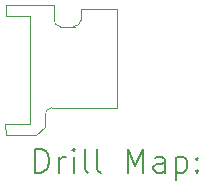
<source format=gbr>
%TF.GenerationSoftware,KiCad,Pcbnew,(6.0.8)*%
%TF.CreationDate,2022-11-07T16:23:56-05:00*%
%TF.ProjectId,3-input-or-gate,332d696e-7075-4742-9d6f-722d67617465,rev?*%
%TF.SameCoordinates,Original*%
%TF.FileFunction,Drillmap*%
%TF.FilePolarity,Positive*%
%FSLAX45Y45*%
G04 Gerber Fmt 4.5, Leading zero omitted, Abs format (unit mm)*
G04 Created by KiCad (PCBNEW (6.0.8)) date 2022-11-07 16:23:56*
%MOMM*%
%LPD*%
G01*
G04 APERTURE LIST*
%ADD10C,0.100000*%
%ADD11C,0.083820*%
%ADD12C,0.088900*%
%ADD13C,0.200000*%
G04 APERTURE END LIST*
D10*
X14476000Y-10242000D02*
X14220000Y-10242000D01*
X14476000Y-10242000D02*
X14555000Y-10173000D01*
X14859000Y-9269000D02*
X14859000Y-9169400D01*
D11*
X14611027Y-10008975D02*
G75*
G03*
X14556000Y-10080000I1613J-58078D01*
G01*
D10*
X15163800Y-9169400D02*
X15163800Y-10007600D01*
D12*
X14679000Y-9321800D02*
X14806000Y-9321800D01*
D10*
X14630400Y-9139000D02*
X14630400Y-9270000D01*
X15163800Y-10007600D02*
X14611000Y-10008000D01*
X14220000Y-9138000D02*
X14630000Y-9138000D01*
X14555000Y-10073000D02*
X14555000Y-10173000D01*
X14430000Y-10150000D02*
X14430000Y-9230000D01*
X14430000Y-9230000D02*
X14220000Y-9230000D01*
X14219700Y-10150000D02*
X14430000Y-10150000D01*
X14859000Y-9169400D02*
X15163800Y-9169400D01*
X14220000Y-10242000D02*
X14219700Y-10150000D01*
X14220000Y-9230000D02*
X14220000Y-9140000D01*
D12*
X14796000Y-9322001D02*
G75*
G03*
X14859201Y-9265000I6960J55821D01*
G01*
X14630998Y-9254000D02*
G75*
G03*
X14688000Y-9322000I55402J-11450D01*
G01*
D13*
X14472319Y-10557476D02*
X14472319Y-10357476D01*
X14519938Y-10357476D01*
X14548509Y-10367000D01*
X14567557Y-10386048D01*
X14577081Y-10405095D01*
X14586605Y-10443190D01*
X14586605Y-10471762D01*
X14577081Y-10509857D01*
X14567557Y-10528905D01*
X14548509Y-10547952D01*
X14519938Y-10557476D01*
X14472319Y-10557476D01*
X14672319Y-10557476D02*
X14672319Y-10424143D01*
X14672319Y-10462238D02*
X14681843Y-10443190D01*
X14691367Y-10433667D01*
X14710414Y-10424143D01*
X14729462Y-10424143D01*
X14796128Y-10557476D02*
X14796128Y-10424143D01*
X14796128Y-10357476D02*
X14786605Y-10367000D01*
X14796128Y-10376524D01*
X14805652Y-10367000D01*
X14796128Y-10357476D01*
X14796128Y-10376524D01*
X14919938Y-10557476D02*
X14900890Y-10547952D01*
X14891367Y-10528905D01*
X14891367Y-10357476D01*
X15024700Y-10557476D02*
X15005652Y-10547952D01*
X14996128Y-10528905D01*
X14996128Y-10357476D01*
X15253271Y-10557476D02*
X15253271Y-10357476D01*
X15319938Y-10500333D01*
X15386605Y-10357476D01*
X15386605Y-10557476D01*
X15567557Y-10557476D02*
X15567557Y-10452714D01*
X15558033Y-10433667D01*
X15538986Y-10424143D01*
X15500890Y-10424143D01*
X15481843Y-10433667D01*
X15567557Y-10547952D02*
X15548509Y-10557476D01*
X15500890Y-10557476D01*
X15481843Y-10547952D01*
X15472319Y-10528905D01*
X15472319Y-10509857D01*
X15481843Y-10490810D01*
X15500890Y-10481286D01*
X15548509Y-10481286D01*
X15567557Y-10471762D01*
X15662795Y-10424143D02*
X15662795Y-10624143D01*
X15662795Y-10433667D02*
X15681843Y-10424143D01*
X15719938Y-10424143D01*
X15738986Y-10433667D01*
X15748509Y-10443190D01*
X15758033Y-10462238D01*
X15758033Y-10519381D01*
X15748509Y-10538429D01*
X15738986Y-10547952D01*
X15719938Y-10557476D01*
X15681843Y-10557476D01*
X15662795Y-10547952D01*
X15843748Y-10538429D02*
X15853271Y-10547952D01*
X15843748Y-10557476D01*
X15834224Y-10547952D01*
X15843748Y-10538429D01*
X15843748Y-10557476D01*
X15843748Y-10433667D02*
X15853271Y-10443190D01*
X15843748Y-10452714D01*
X15834224Y-10443190D01*
X15843748Y-10433667D01*
X15843748Y-10452714D01*
M02*

</source>
